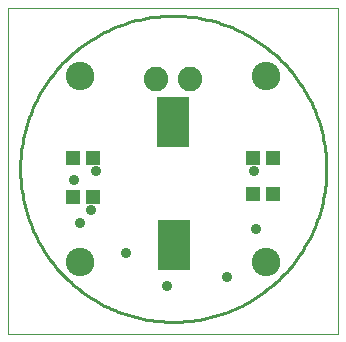
<source format=gbs>
G75*
%MOIN*%
%OFA0B0*%
%FSLAX25Y25*%
%IPPOS*%
%LPD*%
%AMOC8*
5,1,8,0,0,1.08239X$1,22.5*
%
%ADD10C,0.00000*%
%ADD11C,0.01000*%
%ADD12C,0.09500*%
%ADD13R,0.05131X0.04737*%
%ADD14C,0.08200*%
%ADD15R,0.10643X0.16548*%
%ADD16C,0.03500*%
D10*
X0006500Y0001500D02*
X0006500Y0110201D01*
X0116421Y0110201D01*
X0116421Y0001500D01*
X0006500Y0001500D01*
X0026150Y0025500D02*
X0026152Y0025631D01*
X0026158Y0025763D01*
X0026168Y0025894D01*
X0026182Y0026024D01*
X0026200Y0026155D01*
X0026221Y0026284D01*
X0026247Y0026413D01*
X0026276Y0026541D01*
X0026310Y0026668D01*
X0026347Y0026794D01*
X0026388Y0026919D01*
X0026433Y0027043D01*
X0026481Y0027165D01*
X0026533Y0027285D01*
X0026589Y0027404D01*
X0026648Y0027522D01*
X0026711Y0027637D01*
X0026777Y0027750D01*
X0026847Y0027862D01*
X0026920Y0027971D01*
X0026996Y0028078D01*
X0027076Y0028183D01*
X0027158Y0028285D01*
X0027244Y0028385D01*
X0027333Y0028482D01*
X0027424Y0028576D01*
X0027518Y0028667D01*
X0027615Y0028756D01*
X0027715Y0028842D01*
X0027817Y0028924D01*
X0027922Y0029004D01*
X0028029Y0029080D01*
X0028138Y0029153D01*
X0028250Y0029223D01*
X0028363Y0029289D01*
X0028478Y0029352D01*
X0028596Y0029411D01*
X0028715Y0029467D01*
X0028835Y0029519D01*
X0028957Y0029567D01*
X0029081Y0029612D01*
X0029206Y0029653D01*
X0029332Y0029690D01*
X0029459Y0029724D01*
X0029587Y0029753D01*
X0029716Y0029779D01*
X0029845Y0029800D01*
X0029976Y0029818D01*
X0030106Y0029832D01*
X0030237Y0029842D01*
X0030369Y0029848D01*
X0030500Y0029850D01*
X0030631Y0029848D01*
X0030763Y0029842D01*
X0030894Y0029832D01*
X0031024Y0029818D01*
X0031155Y0029800D01*
X0031284Y0029779D01*
X0031413Y0029753D01*
X0031541Y0029724D01*
X0031668Y0029690D01*
X0031794Y0029653D01*
X0031919Y0029612D01*
X0032043Y0029567D01*
X0032165Y0029519D01*
X0032285Y0029467D01*
X0032404Y0029411D01*
X0032522Y0029352D01*
X0032637Y0029289D01*
X0032750Y0029223D01*
X0032862Y0029153D01*
X0032971Y0029080D01*
X0033078Y0029004D01*
X0033183Y0028924D01*
X0033285Y0028842D01*
X0033385Y0028756D01*
X0033482Y0028667D01*
X0033576Y0028576D01*
X0033667Y0028482D01*
X0033756Y0028385D01*
X0033842Y0028285D01*
X0033924Y0028183D01*
X0034004Y0028078D01*
X0034080Y0027971D01*
X0034153Y0027862D01*
X0034223Y0027750D01*
X0034289Y0027637D01*
X0034352Y0027522D01*
X0034411Y0027404D01*
X0034467Y0027285D01*
X0034519Y0027165D01*
X0034567Y0027043D01*
X0034612Y0026919D01*
X0034653Y0026794D01*
X0034690Y0026668D01*
X0034724Y0026541D01*
X0034753Y0026413D01*
X0034779Y0026284D01*
X0034800Y0026155D01*
X0034818Y0026024D01*
X0034832Y0025894D01*
X0034842Y0025763D01*
X0034848Y0025631D01*
X0034850Y0025500D01*
X0034848Y0025369D01*
X0034842Y0025237D01*
X0034832Y0025106D01*
X0034818Y0024976D01*
X0034800Y0024845D01*
X0034779Y0024716D01*
X0034753Y0024587D01*
X0034724Y0024459D01*
X0034690Y0024332D01*
X0034653Y0024206D01*
X0034612Y0024081D01*
X0034567Y0023957D01*
X0034519Y0023835D01*
X0034467Y0023715D01*
X0034411Y0023596D01*
X0034352Y0023478D01*
X0034289Y0023363D01*
X0034223Y0023250D01*
X0034153Y0023138D01*
X0034080Y0023029D01*
X0034004Y0022922D01*
X0033924Y0022817D01*
X0033842Y0022715D01*
X0033756Y0022615D01*
X0033667Y0022518D01*
X0033576Y0022424D01*
X0033482Y0022333D01*
X0033385Y0022244D01*
X0033285Y0022158D01*
X0033183Y0022076D01*
X0033078Y0021996D01*
X0032971Y0021920D01*
X0032862Y0021847D01*
X0032750Y0021777D01*
X0032637Y0021711D01*
X0032522Y0021648D01*
X0032404Y0021589D01*
X0032285Y0021533D01*
X0032165Y0021481D01*
X0032043Y0021433D01*
X0031919Y0021388D01*
X0031794Y0021347D01*
X0031668Y0021310D01*
X0031541Y0021276D01*
X0031413Y0021247D01*
X0031284Y0021221D01*
X0031155Y0021200D01*
X0031024Y0021182D01*
X0030894Y0021168D01*
X0030763Y0021158D01*
X0030631Y0021152D01*
X0030500Y0021150D01*
X0030369Y0021152D01*
X0030237Y0021158D01*
X0030106Y0021168D01*
X0029976Y0021182D01*
X0029845Y0021200D01*
X0029716Y0021221D01*
X0029587Y0021247D01*
X0029459Y0021276D01*
X0029332Y0021310D01*
X0029206Y0021347D01*
X0029081Y0021388D01*
X0028957Y0021433D01*
X0028835Y0021481D01*
X0028715Y0021533D01*
X0028596Y0021589D01*
X0028478Y0021648D01*
X0028363Y0021711D01*
X0028250Y0021777D01*
X0028138Y0021847D01*
X0028029Y0021920D01*
X0027922Y0021996D01*
X0027817Y0022076D01*
X0027715Y0022158D01*
X0027615Y0022244D01*
X0027518Y0022333D01*
X0027424Y0022424D01*
X0027333Y0022518D01*
X0027244Y0022615D01*
X0027158Y0022715D01*
X0027076Y0022817D01*
X0026996Y0022922D01*
X0026920Y0023029D01*
X0026847Y0023138D01*
X0026777Y0023250D01*
X0026711Y0023363D01*
X0026648Y0023478D01*
X0026589Y0023596D01*
X0026533Y0023715D01*
X0026481Y0023835D01*
X0026433Y0023957D01*
X0026388Y0024081D01*
X0026347Y0024206D01*
X0026310Y0024332D01*
X0026276Y0024459D01*
X0026247Y0024587D01*
X0026221Y0024716D01*
X0026200Y0024845D01*
X0026182Y0024976D01*
X0026168Y0025106D01*
X0026158Y0025237D01*
X0026152Y0025369D01*
X0026150Y0025500D01*
X0088150Y0025500D02*
X0088152Y0025631D01*
X0088158Y0025763D01*
X0088168Y0025894D01*
X0088182Y0026024D01*
X0088200Y0026155D01*
X0088221Y0026284D01*
X0088247Y0026413D01*
X0088276Y0026541D01*
X0088310Y0026668D01*
X0088347Y0026794D01*
X0088388Y0026919D01*
X0088433Y0027043D01*
X0088481Y0027165D01*
X0088533Y0027285D01*
X0088589Y0027404D01*
X0088648Y0027522D01*
X0088711Y0027637D01*
X0088777Y0027750D01*
X0088847Y0027862D01*
X0088920Y0027971D01*
X0088996Y0028078D01*
X0089076Y0028183D01*
X0089158Y0028285D01*
X0089244Y0028385D01*
X0089333Y0028482D01*
X0089424Y0028576D01*
X0089518Y0028667D01*
X0089615Y0028756D01*
X0089715Y0028842D01*
X0089817Y0028924D01*
X0089922Y0029004D01*
X0090029Y0029080D01*
X0090138Y0029153D01*
X0090250Y0029223D01*
X0090363Y0029289D01*
X0090478Y0029352D01*
X0090596Y0029411D01*
X0090715Y0029467D01*
X0090835Y0029519D01*
X0090957Y0029567D01*
X0091081Y0029612D01*
X0091206Y0029653D01*
X0091332Y0029690D01*
X0091459Y0029724D01*
X0091587Y0029753D01*
X0091716Y0029779D01*
X0091845Y0029800D01*
X0091976Y0029818D01*
X0092106Y0029832D01*
X0092237Y0029842D01*
X0092369Y0029848D01*
X0092500Y0029850D01*
X0092631Y0029848D01*
X0092763Y0029842D01*
X0092894Y0029832D01*
X0093024Y0029818D01*
X0093155Y0029800D01*
X0093284Y0029779D01*
X0093413Y0029753D01*
X0093541Y0029724D01*
X0093668Y0029690D01*
X0093794Y0029653D01*
X0093919Y0029612D01*
X0094043Y0029567D01*
X0094165Y0029519D01*
X0094285Y0029467D01*
X0094404Y0029411D01*
X0094522Y0029352D01*
X0094637Y0029289D01*
X0094750Y0029223D01*
X0094862Y0029153D01*
X0094971Y0029080D01*
X0095078Y0029004D01*
X0095183Y0028924D01*
X0095285Y0028842D01*
X0095385Y0028756D01*
X0095482Y0028667D01*
X0095576Y0028576D01*
X0095667Y0028482D01*
X0095756Y0028385D01*
X0095842Y0028285D01*
X0095924Y0028183D01*
X0096004Y0028078D01*
X0096080Y0027971D01*
X0096153Y0027862D01*
X0096223Y0027750D01*
X0096289Y0027637D01*
X0096352Y0027522D01*
X0096411Y0027404D01*
X0096467Y0027285D01*
X0096519Y0027165D01*
X0096567Y0027043D01*
X0096612Y0026919D01*
X0096653Y0026794D01*
X0096690Y0026668D01*
X0096724Y0026541D01*
X0096753Y0026413D01*
X0096779Y0026284D01*
X0096800Y0026155D01*
X0096818Y0026024D01*
X0096832Y0025894D01*
X0096842Y0025763D01*
X0096848Y0025631D01*
X0096850Y0025500D01*
X0096848Y0025369D01*
X0096842Y0025237D01*
X0096832Y0025106D01*
X0096818Y0024976D01*
X0096800Y0024845D01*
X0096779Y0024716D01*
X0096753Y0024587D01*
X0096724Y0024459D01*
X0096690Y0024332D01*
X0096653Y0024206D01*
X0096612Y0024081D01*
X0096567Y0023957D01*
X0096519Y0023835D01*
X0096467Y0023715D01*
X0096411Y0023596D01*
X0096352Y0023478D01*
X0096289Y0023363D01*
X0096223Y0023250D01*
X0096153Y0023138D01*
X0096080Y0023029D01*
X0096004Y0022922D01*
X0095924Y0022817D01*
X0095842Y0022715D01*
X0095756Y0022615D01*
X0095667Y0022518D01*
X0095576Y0022424D01*
X0095482Y0022333D01*
X0095385Y0022244D01*
X0095285Y0022158D01*
X0095183Y0022076D01*
X0095078Y0021996D01*
X0094971Y0021920D01*
X0094862Y0021847D01*
X0094750Y0021777D01*
X0094637Y0021711D01*
X0094522Y0021648D01*
X0094404Y0021589D01*
X0094285Y0021533D01*
X0094165Y0021481D01*
X0094043Y0021433D01*
X0093919Y0021388D01*
X0093794Y0021347D01*
X0093668Y0021310D01*
X0093541Y0021276D01*
X0093413Y0021247D01*
X0093284Y0021221D01*
X0093155Y0021200D01*
X0093024Y0021182D01*
X0092894Y0021168D01*
X0092763Y0021158D01*
X0092631Y0021152D01*
X0092500Y0021150D01*
X0092369Y0021152D01*
X0092237Y0021158D01*
X0092106Y0021168D01*
X0091976Y0021182D01*
X0091845Y0021200D01*
X0091716Y0021221D01*
X0091587Y0021247D01*
X0091459Y0021276D01*
X0091332Y0021310D01*
X0091206Y0021347D01*
X0091081Y0021388D01*
X0090957Y0021433D01*
X0090835Y0021481D01*
X0090715Y0021533D01*
X0090596Y0021589D01*
X0090478Y0021648D01*
X0090363Y0021711D01*
X0090250Y0021777D01*
X0090138Y0021847D01*
X0090029Y0021920D01*
X0089922Y0021996D01*
X0089817Y0022076D01*
X0089715Y0022158D01*
X0089615Y0022244D01*
X0089518Y0022333D01*
X0089424Y0022424D01*
X0089333Y0022518D01*
X0089244Y0022615D01*
X0089158Y0022715D01*
X0089076Y0022817D01*
X0088996Y0022922D01*
X0088920Y0023029D01*
X0088847Y0023138D01*
X0088777Y0023250D01*
X0088711Y0023363D01*
X0088648Y0023478D01*
X0088589Y0023596D01*
X0088533Y0023715D01*
X0088481Y0023835D01*
X0088433Y0023957D01*
X0088388Y0024081D01*
X0088347Y0024206D01*
X0088310Y0024332D01*
X0088276Y0024459D01*
X0088247Y0024587D01*
X0088221Y0024716D01*
X0088200Y0024845D01*
X0088182Y0024976D01*
X0088168Y0025106D01*
X0088158Y0025237D01*
X0088152Y0025369D01*
X0088150Y0025500D01*
X0088150Y0087500D02*
X0088152Y0087631D01*
X0088158Y0087763D01*
X0088168Y0087894D01*
X0088182Y0088024D01*
X0088200Y0088155D01*
X0088221Y0088284D01*
X0088247Y0088413D01*
X0088276Y0088541D01*
X0088310Y0088668D01*
X0088347Y0088794D01*
X0088388Y0088919D01*
X0088433Y0089043D01*
X0088481Y0089165D01*
X0088533Y0089285D01*
X0088589Y0089404D01*
X0088648Y0089522D01*
X0088711Y0089637D01*
X0088777Y0089750D01*
X0088847Y0089862D01*
X0088920Y0089971D01*
X0088996Y0090078D01*
X0089076Y0090183D01*
X0089158Y0090285D01*
X0089244Y0090385D01*
X0089333Y0090482D01*
X0089424Y0090576D01*
X0089518Y0090667D01*
X0089615Y0090756D01*
X0089715Y0090842D01*
X0089817Y0090924D01*
X0089922Y0091004D01*
X0090029Y0091080D01*
X0090138Y0091153D01*
X0090250Y0091223D01*
X0090363Y0091289D01*
X0090478Y0091352D01*
X0090596Y0091411D01*
X0090715Y0091467D01*
X0090835Y0091519D01*
X0090957Y0091567D01*
X0091081Y0091612D01*
X0091206Y0091653D01*
X0091332Y0091690D01*
X0091459Y0091724D01*
X0091587Y0091753D01*
X0091716Y0091779D01*
X0091845Y0091800D01*
X0091976Y0091818D01*
X0092106Y0091832D01*
X0092237Y0091842D01*
X0092369Y0091848D01*
X0092500Y0091850D01*
X0092631Y0091848D01*
X0092763Y0091842D01*
X0092894Y0091832D01*
X0093024Y0091818D01*
X0093155Y0091800D01*
X0093284Y0091779D01*
X0093413Y0091753D01*
X0093541Y0091724D01*
X0093668Y0091690D01*
X0093794Y0091653D01*
X0093919Y0091612D01*
X0094043Y0091567D01*
X0094165Y0091519D01*
X0094285Y0091467D01*
X0094404Y0091411D01*
X0094522Y0091352D01*
X0094637Y0091289D01*
X0094750Y0091223D01*
X0094862Y0091153D01*
X0094971Y0091080D01*
X0095078Y0091004D01*
X0095183Y0090924D01*
X0095285Y0090842D01*
X0095385Y0090756D01*
X0095482Y0090667D01*
X0095576Y0090576D01*
X0095667Y0090482D01*
X0095756Y0090385D01*
X0095842Y0090285D01*
X0095924Y0090183D01*
X0096004Y0090078D01*
X0096080Y0089971D01*
X0096153Y0089862D01*
X0096223Y0089750D01*
X0096289Y0089637D01*
X0096352Y0089522D01*
X0096411Y0089404D01*
X0096467Y0089285D01*
X0096519Y0089165D01*
X0096567Y0089043D01*
X0096612Y0088919D01*
X0096653Y0088794D01*
X0096690Y0088668D01*
X0096724Y0088541D01*
X0096753Y0088413D01*
X0096779Y0088284D01*
X0096800Y0088155D01*
X0096818Y0088024D01*
X0096832Y0087894D01*
X0096842Y0087763D01*
X0096848Y0087631D01*
X0096850Y0087500D01*
X0096848Y0087369D01*
X0096842Y0087237D01*
X0096832Y0087106D01*
X0096818Y0086976D01*
X0096800Y0086845D01*
X0096779Y0086716D01*
X0096753Y0086587D01*
X0096724Y0086459D01*
X0096690Y0086332D01*
X0096653Y0086206D01*
X0096612Y0086081D01*
X0096567Y0085957D01*
X0096519Y0085835D01*
X0096467Y0085715D01*
X0096411Y0085596D01*
X0096352Y0085478D01*
X0096289Y0085363D01*
X0096223Y0085250D01*
X0096153Y0085138D01*
X0096080Y0085029D01*
X0096004Y0084922D01*
X0095924Y0084817D01*
X0095842Y0084715D01*
X0095756Y0084615D01*
X0095667Y0084518D01*
X0095576Y0084424D01*
X0095482Y0084333D01*
X0095385Y0084244D01*
X0095285Y0084158D01*
X0095183Y0084076D01*
X0095078Y0083996D01*
X0094971Y0083920D01*
X0094862Y0083847D01*
X0094750Y0083777D01*
X0094637Y0083711D01*
X0094522Y0083648D01*
X0094404Y0083589D01*
X0094285Y0083533D01*
X0094165Y0083481D01*
X0094043Y0083433D01*
X0093919Y0083388D01*
X0093794Y0083347D01*
X0093668Y0083310D01*
X0093541Y0083276D01*
X0093413Y0083247D01*
X0093284Y0083221D01*
X0093155Y0083200D01*
X0093024Y0083182D01*
X0092894Y0083168D01*
X0092763Y0083158D01*
X0092631Y0083152D01*
X0092500Y0083150D01*
X0092369Y0083152D01*
X0092237Y0083158D01*
X0092106Y0083168D01*
X0091976Y0083182D01*
X0091845Y0083200D01*
X0091716Y0083221D01*
X0091587Y0083247D01*
X0091459Y0083276D01*
X0091332Y0083310D01*
X0091206Y0083347D01*
X0091081Y0083388D01*
X0090957Y0083433D01*
X0090835Y0083481D01*
X0090715Y0083533D01*
X0090596Y0083589D01*
X0090478Y0083648D01*
X0090363Y0083711D01*
X0090250Y0083777D01*
X0090138Y0083847D01*
X0090029Y0083920D01*
X0089922Y0083996D01*
X0089817Y0084076D01*
X0089715Y0084158D01*
X0089615Y0084244D01*
X0089518Y0084333D01*
X0089424Y0084424D01*
X0089333Y0084518D01*
X0089244Y0084615D01*
X0089158Y0084715D01*
X0089076Y0084817D01*
X0088996Y0084922D01*
X0088920Y0085029D01*
X0088847Y0085138D01*
X0088777Y0085250D01*
X0088711Y0085363D01*
X0088648Y0085478D01*
X0088589Y0085596D01*
X0088533Y0085715D01*
X0088481Y0085835D01*
X0088433Y0085957D01*
X0088388Y0086081D01*
X0088347Y0086206D01*
X0088310Y0086332D01*
X0088276Y0086459D01*
X0088247Y0086587D01*
X0088221Y0086716D01*
X0088200Y0086845D01*
X0088182Y0086976D01*
X0088168Y0087106D01*
X0088158Y0087237D01*
X0088152Y0087369D01*
X0088150Y0087500D01*
X0026150Y0087500D02*
X0026152Y0087631D01*
X0026158Y0087763D01*
X0026168Y0087894D01*
X0026182Y0088024D01*
X0026200Y0088155D01*
X0026221Y0088284D01*
X0026247Y0088413D01*
X0026276Y0088541D01*
X0026310Y0088668D01*
X0026347Y0088794D01*
X0026388Y0088919D01*
X0026433Y0089043D01*
X0026481Y0089165D01*
X0026533Y0089285D01*
X0026589Y0089404D01*
X0026648Y0089522D01*
X0026711Y0089637D01*
X0026777Y0089750D01*
X0026847Y0089862D01*
X0026920Y0089971D01*
X0026996Y0090078D01*
X0027076Y0090183D01*
X0027158Y0090285D01*
X0027244Y0090385D01*
X0027333Y0090482D01*
X0027424Y0090576D01*
X0027518Y0090667D01*
X0027615Y0090756D01*
X0027715Y0090842D01*
X0027817Y0090924D01*
X0027922Y0091004D01*
X0028029Y0091080D01*
X0028138Y0091153D01*
X0028250Y0091223D01*
X0028363Y0091289D01*
X0028478Y0091352D01*
X0028596Y0091411D01*
X0028715Y0091467D01*
X0028835Y0091519D01*
X0028957Y0091567D01*
X0029081Y0091612D01*
X0029206Y0091653D01*
X0029332Y0091690D01*
X0029459Y0091724D01*
X0029587Y0091753D01*
X0029716Y0091779D01*
X0029845Y0091800D01*
X0029976Y0091818D01*
X0030106Y0091832D01*
X0030237Y0091842D01*
X0030369Y0091848D01*
X0030500Y0091850D01*
X0030631Y0091848D01*
X0030763Y0091842D01*
X0030894Y0091832D01*
X0031024Y0091818D01*
X0031155Y0091800D01*
X0031284Y0091779D01*
X0031413Y0091753D01*
X0031541Y0091724D01*
X0031668Y0091690D01*
X0031794Y0091653D01*
X0031919Y0091612D01*
X0032043Y0091567D01*
X0032165Y0091519D01*
X0032285Y0091467D01*
X0032404Y0091411D01*
X0032522Y0091352D01*
X0032637Y0091289D01*
X0032750Y0091223D01*
X0032862Y0091153D01*
X0032971Y0091080D01*
X0033078Y0091004D01*
X0033183Y0090924D01*
X0033285Y0090842D01*
X0033385Y0090756D01*
X0033482Y0090667D01*
X0033576Y0090576D01*
X0033667Y0090482D01*
X0033756Y0090385D01*
X0033842Y0090285D01*
X0033924Y0090183D01*
X0034004Y0090078D01*
X0034080Y0089971D01*
X0034153Y0089862D01*
X0034223Y0089750D01*
X0034289Y0089637D01*
X0034352Y0089522D01*
X0034411Y0089404D01*
X0034467Y0089285D01*
X0034519Y0089165D01*
X0034567Y0089043D01*
X0034612Y0088919D01*
X0034653Y0088794D01*
X0034690Y0088668D01*
X0034724Y0088541D01*
X0034753Y0088413D01*
X0034779Y0088284D01*
X0034800Y0088155D01*
X0034818Y0088024D01*
X0034832Y0087894D01*
X0034842Y0087763D01*
X0034848Y0087631D01*
X0034850Y0087500D01*
X0034848Y0087369D01*
X0034842Y0087237D01*
X0034832Y0087106D01*
X0034818Y0086976D01*
X0034800Y0086845D01*
X0034779Y0086716D01*
X0034753Y0086587D01*
X0034724Y0086459D01*
X0034690Y0086332D01*
X0034653Y0086206D01*
X0034612Y0086081D01*
X0034567Y0085957D01*
X0034519Y0085835D01*
X0034467Y0085715D01*
X0034411Y0085596D01*
X0034352Y0085478D01*
X0034289Y0085363D01*
X0034223Y0085250D01*
X0034153Y0085138D01*
X0034080Y0085029D01*
X0034004Y0084922D01*
X0033924Y0084817D01*
X0033842Y0084715D01*
X0033756Y0084615D01*
X0033667Y0084518D01*
X0033576Y0084424D01*
X0033482Y0084333D01*
X0033385Y0084244D01*
X0033285Y0084158D01*
X0033183Y0084076D01*
X0033078Y0083996D01*
X0032971Y0083920D01*
X0032862Y0083847D01*
X0032750Y0083777D01*
X0032637Y0083711D01*
X0032522Y0083648D01*
X0032404Y0083589D01*
X0032285Y0083533D01*
X0032165Y0083481D01*
X0032043Y0083433D01*
X0031919Y0083388D01*
X0031794Y0083347D01*
X0031668Y0083310D01*
X0031541Y0083276D01*
X0031413Y0083247D01*
X0031284Y0083221D01*
X0031155Y0083200D01*
X0031024Y0083182D01*
X0030894Y0083168D01*
X0030763Y0083158D01*
X0030631Y0083152D01*
X0030500Y0083150D01*
X0030369Y0083152D01*
X0030237Y0083158D01*
X0030106Y0083168D01*
X0029976Y0083182D01*
X0029845Y0083200D01*
X0029716Y0083221D01*
X0029587Y0083247D01*
X0029459Y0083276D01*
X0029332Y0083310D01*
X0029206Y0083347D01*
X0029081Y0083388D01*
X0028957Y0083433D01*
X0028835Y0083481D01*
X0028715Y0083533D01*
X0028596Y0083589D01*
X0028478Y0083648D01*
X0028363Y0083711D01*
X0028250Y0083777D01*
X0028138Y0083847D01*
X0028029Y0083920D01*
X0027922Y0083996D01*
X0027817Y0084076D01*
X0027715Y0084158D01*
X0027615Y0084244D01*
X0027518Y0084333D01*
X0027424Y0084424D01*
X0027333Y0084518D01*
X0027244Y0084615D01*
X0027158Y0084715D01*
X0027076Y0084817D01*
X0026996Y0084922D01*
X0026920Y0085029D01*
X0026847Y0085138D01*
X0026777Y0085250D01*
X0026711Y0085363D01*
X0026648Y0085478D01*
X0026589Y0085596D01*
X0026533Y0085715D01*
X0026481Y0085835D01*
X0026433Y0085957D01*
X0026388Y0086081D01*
X0026347Y0086206D01*
X0026310Y0086332D01*
X0026276Y0086459D01*
X0026247Y0086587D01*
X0026221Y0086716D01*
X0026200Y0086845D01*
X0026182Y0086976D01*
X0026168Y0087106D01*
X0026158Y0087237D01*
X0026152Y0087369D01*
X0026150Y0087500D01*
D11*
X0010500Y0056500D02*
X0010515Y0057752D01*
X0010561Y0059002D01*
X0010638Y0060252D01*
X0010746Y0061499D01*
X0010884Y0062743D01*
X0011052Y0063983D01*
X0011251Y0065219D01*
X0011480Y0066450D01*
X0011739Y0067674D01*
X0012028Y0068892D01*
X0012347Y0070102D01*
X0012696Y0071305D01*
X0013074Y0072498D01*
X0013481Y0073681D01*
X0013917Y0074855D01*
X0014382Y0076017D01*
X0014875Y0077167D01*
X0015397Y0078305D01*
X0015946Y0079430D01*
X0016522Y0080541D01*
X0017126Y0081638D01*
X0017756Y0082719D01*
X0018412Y0083785D01*
X0019095Y0084834D01*
X0019803Y0085866D01*
X0020536Y0086881D01*
X0021294Y0087877D01*
X0022076Y0088854D01*
X0022882Y0089812D01*
X0023711Y0090750D01*
X0024563Y0091667D01*
X0025438Y0092562D01*
X0026333Y0093437D01*
X0027250Y0094289D01*
X0028188Y0095118D01*
X0029146Y0095924D01*
X0030123Y0096706D01*
X0031119Y0097464D01*
X0032134Y0098197D01*
X0033166Y0098905D01*
X0034215Y0099588D01*
X0035281Y0100244D01*
X0036362Y0100874D01*
X0037459Y0101478D01*
X0038570Y0102054D01*
X0039695Y0102603D01*
X0040833Y0103125D01*
X0041983Y0103618D01*
X0043145Y0104083D01*
X0044319Y0104519D01*
X0045502Y0104926D01*
X0046695Y0105304D01*
X0047898Y0105653D01*
X0049108Y0105972D01*
X0050326Y0106261D01*
X0051550Y0106520D01*
X0052781Y0106749D01*
X0054017Y0106948D01*
X0055257Y0107116D01*
X0056501Y0107254D01*
X0057748Y0107362D01*
X0058998Y0107439D01*
X0060248Y0107485D01*
X0061500Y0107500D01*
X0062752Y0107485D01*
X0064002Y0107439D01*
X0065252Y0107362D01*
X0066499Y0107254D01*
X0067743Y0107116D01*
X0068983Y0106948D01*
X0070219Y0106749D01*
X0071450Y0106520D01*
X0072674Y0106261D01*
X0073892Y0105972D01*
X0075102Y0105653D01*
X0076305Y0105304D01*
X0077498Y0104926D01*
X0078681Y0104519D01*
X0079855Y0104083D01*
X0081017Y0103618D01*
X0082167Y0103125D01*
X0083305Y0102603D01*
X0084430Y0102054D01*
X0085541Y0101478D01*
X0086638Y0100874D01*
X0087719Y0100244D01*
X0088785Y0099588D01*
X0089834Y0098905D01*
X0090866Y0098197D01*
X0091881Y0097464D01*
X0092877Y0096706D01*
X0093854Y0095924D01*
X0094812Y0095118D01*
X0095750Y0094289D01*
X0096667Y0093437D01*
X0097562Y0092562D01*
X0098437Y0091667D01*
X0099289Y0090750D01*
X0100118Y0089812D01*
X0100924Y0088854D01*
X0101706Y0087877D01*
X0102464Y0086881D01*
X0103197Y0085866D01*
X0103905Y0084834D01*
X0104588Y0083785D01*
X0105244Y0082719D01*
X0105874Y0081638D01*
X0106478Y0080541D01*
X0107054Y0079430D01*
X0107603Y0078305D01*
X0108125Y0077167D01*
X0108618Y0076017D01*
X0109083Y0074855D01*
X0109519Y0073681D01*
X0109926Y0072498D01*
X0110304Y0071305D01*
X0110653Y0070102D01*
X0110972Y0068892D01*
X0111261Y0067674D01*
X0111520Y0066450D01*
X0111749Y0065219D01*
X0111948Y0063983D01*
X0112116Y0062743D01*
X0112254Y0061499D01*
X0112362Y0060252D01*
X0112439Y0059002D01*
X0112485Y0057752D01*
X0112500Y0056500D01*
X0112485Y0055248D01*
X0112439Y0053998D01*
X0112362Y0052748D01*
X0112254Y0051501D01*
X0112116Y0050257D01*
X0111948Y0049017D01*
X0111749Y0047781D01*
X0111520Y0046550D01*
X0111261Y0045326D01*
X0110972Y0044108D01*
X0110653Y0042898D01*
X0110304Y0041695D01*
X0109926Y0040502D01*
X0109519Y0039319D01*
X0109083Y0038145D01*
X0108618Y0036983D01*
X0108125Y0035833D01*
X0107603Y0034695D01*
X0107054Y0033570D01*
X0106478Y0032459D01*
X0105874Y0031362D01*
X0105244Y0030281D01*
X0104588Y0029215D01*
X0103905Y0028166D01*
X0103197Y0027134D01*
X0102464Y0026119D01*
X0101706Y0025123D01*
X0100924Y0024146D01*
X0100118Y0023188D01*
X0099289Y0022250D01*
X0098437Y0021333D01*
X0097562Y0020438D01*
X0096667Y0019563D01*
X0095750Y0018711D01*
X0094812Y0017882D01*
X0093854Y0017076D01*
X0092877Y0016294D01*
X0091881Y0015536D01*
X0090866Y0014803D01*
X0089834Y0014095D01*
X0088785Y0013412D01*
X0087719Y0012756D01*
X0086638Y0012126D01*
X0085541Y0011522D01*
X0084430Y0010946D01*
X0083305Y0010397D01*
X0082167Y0009875D01*
X0081017Y0009382D01*
X0079855Y0008917D01*
X0078681Y0008481D01*
X0077498Y0008074D01*
X0076305Y0007696D01*
X0075102Y0007347D01*
X0073892Y0007028D01*
X0072674Y0006739D01*
X0071450Y0006480D01*
X0070219Y0006251D01*
X0068983Y0006052D01*
X0067743Y0005884D01*
X0066499Y0005746D01*
X0065252Y0005638D01*
X0064002Y0005561D01*
X0062752Y0005515D01*
X0061500Y0005500D01*
X0060248Y0005515D01*
X0058998Y0005561D01*
X0057748Y0005638D01*
X0056501Y0005746D01*
X0055257Y0005884D01*
X0054017Y0006052D01*
X0052781Y0006251D01*
X0051550Y0006480D01*
X0050326Y0006739D01*
X0049108Y0007028D01*
X0047898Y0007347D01*
X0046695Y0007696D01*
X0045502Y0008074D01*
X0044319Y0008481D01*
X0043145Y0008917D01*
X0041983Y0009382D01*
X0040833Y0009875D01*
X0039695Y0010397D01*
X0038570Y0010946D01*
X0037459Y0011522D01*
X0036362Y0012126D01*
X0035281Y0012756D01*
X0034215Y0013412D01*
X0033166Y0014095D01*
X0032134Y0014803D01*
X0031119Y0015536D01*
X0030123Y0016294D01*
X0029146Y0017076D01*
X0028188Y0017882D01*
X0027250Y0018711D01*
X0026333Y0019563D01*
X0025438Y0020438D01*
X0024563Y0021333D01*
X0023711Y0022250D01*
X0022882Y0023188D01*
X0022076Y0024146D01*
X0021294Y0025123D01*
X0020536Y0026119D01*
X0019803Y0027134D01*
X0019095Y0028166D01*
X0018412Y0029215D01*
X0017756Y0030281D01*
X0017126Y0031362D01*
X0016522Y0032459D01*
X0015946Y0033570D01*
X0015397Y0034695D01*
X0014875Y0035833D01*
X0014382Y0036983D01*
X0013917Y0038145D01*
X0013481Y0039319D01*
X0013074Y0040502D01*
X0012696Y0041695D01*
X0012347Y0042898D01*
X0012028Y0044108D01*
X0011739Y0045326D01*
X0011480Y0046550D01*
X0011251Y0047781D01*
X0011052Y0049017D01*
X0010884Y0050257D01*
X0010746Y0051501D01*
X0010638Y0052748D01*
X0010561Y0053998D01*
X0010515Y0055248D01*
X0010500Y0056500D01*
D12*
X0030500Y0087500D03*
X0092500Y0087500D03*
X0092500Y0025500D03*
X0030500Y0025500D03*
D13*
X0028154Y0047000D03*
X0034846Y0047000D03*
X0034846Y0060000D03*
X0028154Y0060000D03*
X0088154Y0060000D03*
X0094846Y0060000D03*
X0094846Y0048000D03*
X0088154Y0048000D03*
D14*
X0067200Y0086500D03*
X0055800Y0086500D03*
D15*
X0061500Y0071972D03*
X0061894Y0031028D03*
D16*
X0059500Y0017500D03*
X0045875Y0028375D03*
X0034000Y0042750D03*
X0030500Y0038500D03*
X0028375Y0052750D03*
X0035875Y0055875D03*
X0079500Y0020500D03*
X0089000Y0036500D03*
X0088375Y0055875D03*
M02*

</source>
